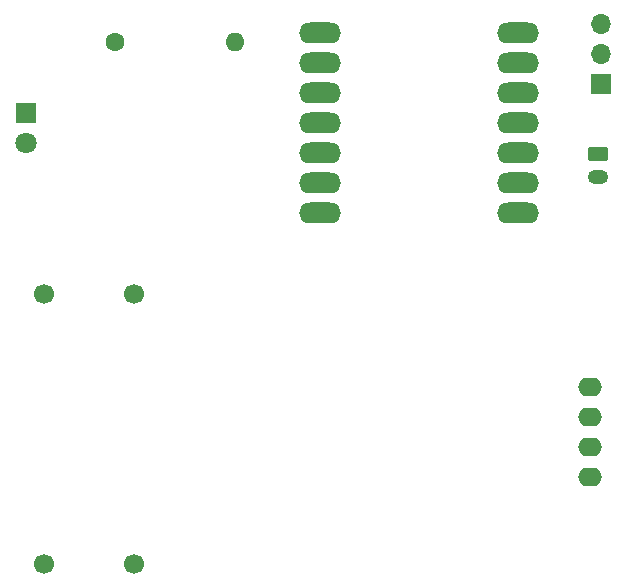
<source format=gbr>
%TF.GenerationSoftware,KiCad,Pcbnew,8.0.8*%
%TF.CreationDate,2025-02-27T00:02:59-08:00*%
%TF.ProjectId,Lab3v2,4c616233-7632-42e6-9b69-6361645f7063,V1*%
%TF.SameCoordinates,Original*%
%TF.FileFunction,Soldermask,Top*%
%TF.FilePolarity,Negative*%
%FSLAX46Y46*%
G04 Gerber Fmt 4.6, Leading zero omitted, Abs format (unit mm)*
G04 Created by KiCad (PCBNEW 8.0.8) date 2025-02-27 00:02:59*
%MOMM*%
%LPD*%
G01*
G04 APERTURE LIST*
G04 Aperture macros list*
%AMRoundRect*
0 Rectangle with rounded corners*
0 $1 Rounding radius*
0 $2 $3 $4 $5 $6 $7 $8 $9 X,Y pos of 4 corners*
0 Add a 4 corners polygon primitive as box body*
4,1,4,$2,$3,$4,$5,$6,$7,$8,$9,$2,$3,0*
0 Add four circle primitives for the rounded corners*
1,1,$1+$1,$2,$3*
1,1,$1+$1,$4,$5*
1,1,$1+$1,$6,$7*
1,1,$1+$1,$8,$9*
0 Add four rect primitives between the rounded corners*
20,1,$1+$1,$2,$3,$4,$5,0*
20,1,$1+$1,$4,$5,$6,$7,0*
20,1,$1+$1,$6,$7,$8,$9,0*
20,1,$1+$1,$8,$9,$2,$3,0*%
G04 Aperture macros list end*
%ADD10R,1.800000X1.800000*%
%ADD11C,1.800000*%
%ADD12O,2.000000X1.600000*%
%ADD13C,1.700000*%
%ADD14C,1.600000*%
%ADD15O,1.600000X1.600000*%
%ADD16R,1.700000X1.700000*%
%ADD17O,1.700000X1.700000*%
%ADD18O,3.556000X1.778000*%
%ADD19RoundRect,0.250000X-0.625000X0.350000X-0.625000X-0.350000X0.625000X-0.350000X0.625000X0.350000X0*%
%ADD20O,1.750000X1.200000*%
G04 APERTURE END LIST*
D10*
%TO.C,D4*%
X117500000Y-82250000D03*
D11*
X117500000Y-84790000D03*
%TD*%
D12*
%TO.C,Brd1*%
X165250000Y-105500000D03*
X165250000Y-108040000D03*
X165250000Y-110580000D03*
X165250000Y-113120000D03*
%TD*%
D13*
%TO.C,M1*%
X119030000Y-97610000D03*
X126650000Y-97610000D03*
X126650000Y-120470000D03*
X119030000Y-120470000D03*
%TD*%
D14*
%TO.C,R5*%
X125090000Y-76250000D03*
D15*
X135250000Y-76250000D03*
%TD*%
D16*
%TO.C,SW1*%
X166250000Y-79830000D03*
D17*
X166250000Y-77290000D03*
X166250000Y-74750000D03*
%TD*%
D18*
%TO.C,U3*%
X142398000Y-75500000D03*
X142398000Y-78040000D03*
X142398000Y-80580000D03*
X142398000Y-83120000D03*
X142398000Y-85660000D03*
X142398000Y-88200000D03*
X142398000Y-90740000D03*
X159162000Y-75500000D03*
X159162000Y-78040000D03*
X159162000Y-80580000D03*
X159162000Y-83120000D03*
X159162000Y-85660000D03*
X159162000Y-88200000D03*
X159162000Y-90740000D03*
%TD*%
D19*
%TO.C,BT1*%
X166000000Y-85750000D03*
D20*
X166000000Y-87750000D03*
%TD*%
M02*

</source>
